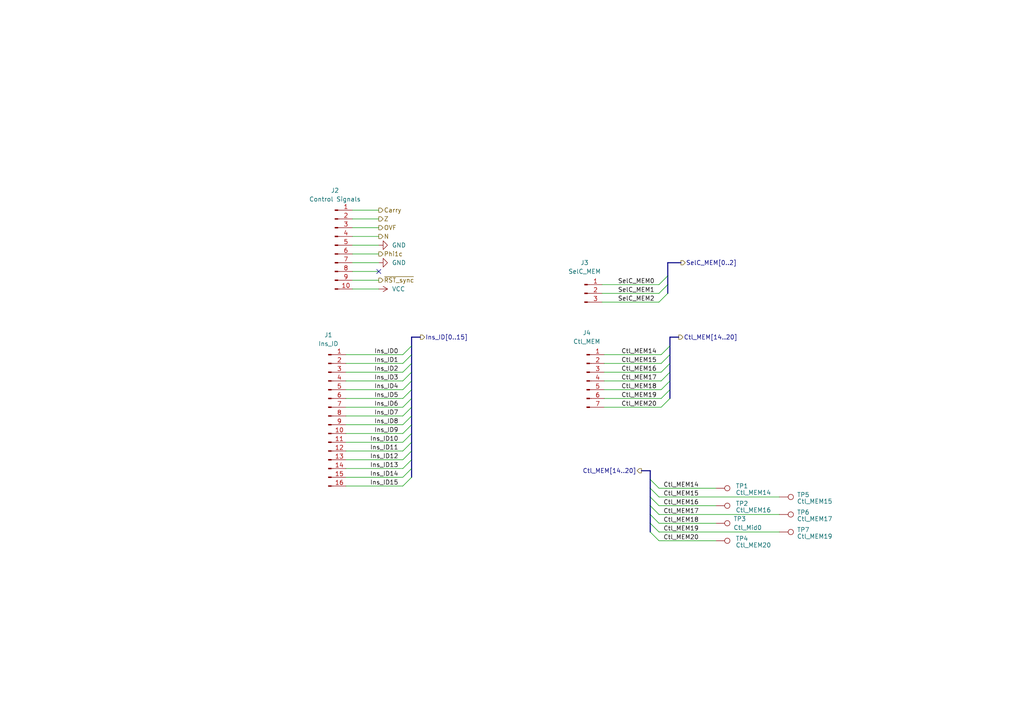
<source format=kicad_sch>
(kicad_sch (version 20250114) (generator "eeschema") (generator_version "9.0")
  (paper "A4")
  (title_block (date "2023-11-14") (rev "E"))
  (lib_symbols
    (symbol "Connector:Conn_01x03_Pin" (pin_names (offset 1.016) (hide yes))
      (property "Reference" "J" (at 0 5.08 0))
      (property "Value" "Conn_01x03_Pin" (at 0 -5.08 0))
      (symbol "Conn_01x03_Pin_1_1"
        (rectangle (start 0.8636 2.667) (end 0 2.413) (stroke (width 0.1524)) (fill (type outline)))
        (rectangle (start 0.8636 0.127) (end 0 -0.127) (stroke (width 0.1524)) (fill (type outline)))
        (rectangle (start 0.8636 -2.413) (end 0 -2.667) (stroke (width 0.1524)) (fill (type outline)))
        (polyline (pts (xy 1.27 2.54) (xy 0.8636 2.54)) (stroke (width 0.1524)))
        (polyline (pts (xy 1.27 0) (xy 0.8636 0)) (stroke (width 0.1524)))
        (polyline (pts (xy 1.27 -2.54) (xy 0.8636 -2.54)) (stroke (width 0.1524)))
        (pin passive line (at 5.08 2.54 180) (length 3.81) (name "Pin_1") (number "1"))
        (pin passive line (at 5.08 0 180) (length 3.81) (name "Pin_2") (number "2"))
        (pin passive line (at 5.08 -2.54 180) (length 3.81) (name "Pin_3") (number "3"))
      )
    )
    (symbol "Connector:Conn_01x07_Pin" (pin_names (offset 1.016) (hide yes))
      (property "Reference" "J" (at 0 10.16 0))
      (property "Value" "Conn_01x07_Pin" (at 0 -10.16 0))
      (symbol "Conn_01x07_Pin_1_1"
        (rectangle (start 0.8636 7.747) (end 0 7.493) (stroke (width 0.1524)) (fill (type outline)))
        (rectangle (start 0.8636 5.207) (end 0 4.953) (stroke (width 0.1524)) (fill (type outline)))
        (rectangle (start 0.8636 2.667) (end 0 2.413) (stroke (width 0.1524)) (fill (type outline)))
        (rectangle (start 0.8636 0.127) (end 0 -0.127) (stroke (width 0.1524)) (fill (type outline)))
        (rectangle (start 0.8636 -2.413) (end 0 -2.667) (stroke (width 0.1524)) (fill (type outline)))
        (rectangle (start 0.8636 -4.953) (end 0 -5.207) (stroke (width 0.1524)) (fill (type outline)))
        (rectangle (start 0.8636 -7.493) (end 0 -7.747) (stroke (width 0.1524)) (fill (type outline)))
        (polyline (pts (xy 1.27 7.62) (xy 0.8636 7.62)) (stroke (width 0.1524)))
        (polyline (pts (xy 1.27 5.08) (xy 0.8636 5.08)) (stroke (width 0.1524)))
        (polyline (pts (xy 1.27 2.54) (xy 0.8636 2.54)) (stroke (width 0.1524)))
        (polyline (pts (xy 1.27 0) (xy 0.8636 0)) (stroke (width 0.1524)))
        (polyline (pts (xy 1.27 -2.54) (xy 0.8636 -2.54)) (stroke (width 0.1524)))
        (polyline (pts (xy 1.27 -5.08) (xy 0.8636 -5.08)) (stroke (width 0.1524)))
        (polyline (pts (xy 1.27 -7.62) (xy 0.8636 -7.62)) (stroke (width 0.1524)))
        (pin passive line (at 5.08 7.62 180) (length 3.81) (name "Pin_1") (number "1"))
        (pin passive line (at 5.08 5.08 180) (length 3.81) (name "Pin_2") (number "2"))
        (pin passive line (at 5.08 2.54 180) (length 3.81) (name "Pin_3") (number "3"))
        (pin passive line (at 5.08 0 180) (length 3.81) (name "Pin_4") (number "4"))
        (pin passive line (at 5.08 -2.54 180) (length 3.81) (name "Pin_5") (number "5"))
        (pin passive line (at 5.08 -5.08 180) (length 3.81) (name "Pin_6") (number "6"))
        (pin passive line (at 5.08 -7.62 180) (length 3.81) (name "Pin_7") (number "7"))
      )
    )
    (symbol "Connector:Conn_01x10_Pin" (pin_names (offset 1.016) (hide yes))
      (property "Reference" "J" (at 0 12.7 0))
      (property "Value" "Conn_01x10_Pin" (at 0 -15.24 0))
      (symbol "Conn_01x10_Pin_1_1"
        (rectangle (start 0.8636 10.287) (end 0 10.033) (stroke (width 0.1524)) (fill (type outline)))
        (rectangle (start 0.8636 7.747) (end 0 7.493) (stroke (width 0.1524)) (fill (type outline)))
        (rectangle (start 0.8636 5.207) (end 0 4.953) (stroke (width 0.1524)) (fill (type outline)))
        (rectangle (start 0.8636 2.667) (end 0 2.413) (stroke (width 0.1524)) (fill (type outline)))
        (rectangle (start 0.8636 0.127) (end 0 -0.127) (stroke (width 0.1524)) (fill (type outline)))
        (rectangle (start 0.8636 -2.413) (end 0 -2.667) (stroke (width 0.1524)) (fill (type outline)))
        (rectangle (start 0.8636 -4.953) (end 0 -5.207) (stroke (width 0.1524)) (fill (type outline)))
        (rectangle (start 0.8636 -7.493) (end 0 -7.747) (stroke (width 0.1524)) (fill (type outline)))
        (rectangle (start 0.8636 -10.033) (end 0 -10.287) (stroke (width 0.1524)) (fill (type outline)))
        (rectangle (start 0.8636 -12.573) (end 0 -12.827) (stroke (width 0.1524)) (fill (type outline)))
        (polyline (pts (xy 1.27 10.16) (xy 0.8636 10.16)) (stroke (width 0.1524)))
        (polyline (pts (xy 1.27 7.62) (xy 0.8636 7.62)) (stroke (width 0.1524)))
        (polyline (pts (xy 1.27 5.08) (xy 0.8636 5.08)) (stroke (width 0.1524)))
        (polyline (pts (xy 1.27 2.54) (xy 0.8636 2.54)) (stroke (width 0.1524)))
        (polyline (pts (xy 1.27 0) (xy 0.8636 0)) (stroke (width 0.1524)))
        (polyline (pts (xy 1.27 -2.54) (xy 0.8636 -2.54)) (stroke (width 0.1524)))
        (polyline (pts (xy 1.27 -5.08) (xy 0.8636 -5.08)) (stroke (width 0.1524)))
        (polyline (pts (xy 1.27 -7.62) (xy 0.8636 -7.62)) (stroke (width 0.1524)))
        (polyline (pts (xy 1.27 -10.16) (xy 0.8636 -10.16)) (stroke (width 0.1524)))
        (polyline (pts (xy 1.27 -12.7) (xy 0.8636 -12.7)) (stroke (width 0.1524)))
        (pin passive line (at 5.08 10.16 180) (length 3.81) (name "Pin_1") (number "1"))
        (pin passive line (at 5.08 7.62 180) (length 3.81) (name "Pin_2") (number "2"))
        (pin passive line (at 5.08 5.08 180) (length 3.81) (name "Pin_3") (number "3"))
        (pin passive line (at 5.08 2.54 180) (length 3.81) (name "Pin_4") (number "4"))
        (pin passive line (at 5.08 0 180) (length 3.81) (name "Pin_5") (number "5"))
        (pin passive line (at 5.08 -2.54 180) (length 3.81) (name "Pin_6") (number "6"))
        (pin passive line (at 5.08 -5.08 180) (length 3.81) (name "Pin_7") (number "7"))
        (pin passive line (at 5.08 -7.62 180) (length 3.81) (name "Pin_8") (number "8"))
        (pin passive line (at 5.08 -10.16 180) (length 3.81) (name "Pin_9") (number "9"))
        (pin passive line (at 5.08 -12.7 180) (length 3.81) (name "Pin_10") (number "10"))
      )
    )
    (symbol "Connector:Conn_01x16_Pin" (pin_names (offset 1.016) (hide yes))
      (property "Reference" "J" (at 0 20.32 0))
      (property "Value" "Conn_01x16_Pin" (at 0 -22.86 0))
      (symbol "Conn_01x16_Pin_1_1"
        (rectangle (start 0.8636 17.907) (end 0 17.653) (stroke (width 0.1524)) (fill (type outline)))
        (rectangle (start 0.8636 15.367) (end 0 15.113) (stroke (width 0.1524)) (fill (type outline)))
        (rectangle (start 0.8636 12.827) (end 0 12.573) (stroke (width 0.1524)) (fill (type outline)))
        (rectangle (start 0.8636 10.287) (end 0 10.033) (stroke (width 0.1524)) (fill (type outline)))
        (rectangle (start 0.8636 7.747) (end 0 7.493) (stroke (width 0.1524)) (fill (type outline)))
        (rectangle (start 0.8636 5.207) (end 0 4.953) (stroke (width 0.1524)) (fill (type outline)))
        (rectangle (start 0.8636 2.667) (end 0 2.413) (stroke (width 0.1524)) (fill (type outline)))
        (rectangle (start 0.8636 0.127) (end 0 -0.127) (stroke (width 0.1524)) (fill (type outline)))
        (rectangle (start 0.8636 -2.413) (end 0 -2.667) (stroke (width 0.1524)) (fill (type outline)))
        (rectangle (start 0.8636 -4.953) (end 0 -5.207) (stroke (width 0.1524)) (fill (type outline)))
        (rectangle (start 0.8636 -7.493) (end 0 -7.747) (stroke (width 0.1524)) (fill (type outline)))
        (rectangle (start 0.8636 -10.033) (end 0 -10.287) (stroke (width 0.1524)) (fill (type outline)))
        (rectangle (start 0.8636 -12.573) (end 0 -12.827) (stroke (width 0.1524)) (fill (type outline)))
        (rectangle (start 0.8636 -15.113) (end 0 -15.367) (stroke (width 0.1524)) (fill (type outline)))
        (rectangle (start 0.8636 -17.653) (end 0 -17.907) (stroke (width 0.1524)) (fill (type outline)))
        (rectangle (start 0.8636 -20.193) (end 0 -20.447) (stroke (width 0.1524)) (fill (type outline)))
        (polyline (pts (xy 1.27 17.78) (xy 0.8636 17.78)) (stroke (width 0.1524)))
        (polyline (pts (xy 1.27 15.24) (xy 0.8636 15.24)) (stroke (width 0.1524)))
        (polyline (pts (xy 1.27 12.7) (xy 0.8636 12.7)) (stroke (width 0.1524)))
        (polyline (pts (xy 1.27 10.16) (xy 0.8636 10.16)) (stroke (width 0.1524)))
        (polyline (pts (xy 1.27 7.62) (xy 0.8636 7.62)) (stroke (width 0.1524)))
        (polyline (pts (xy 1.27 5.08) (xy 0.8636 5.08)) (stroke (width 0.1524)))
        (polyline (pts (xy 1.27 2.54) (xy 0.8636 2.54)) (stroke (width 0.1524)))
        (polyline (pts (xy 1.27 0) (xy 0.8636 0)) (stroke (width 0.1524)))
        (polyline (pts (xy 1.27 -2.54) (xy 0.8636 -2.54)) (stroke (width 0.1524)))
        (polyline (pts (xy 1.27 -5.08) (xy 0.8636 -5.08)) (stroke (width 0.1524)))
        (polyline (pts (xy 1.27 -7.62) (xy 0.8636 -7.62)) (stroke (width 0.1524)))
        (polyline (pts (xy 1.27 -10.16) (xy 0.8636 -10.16)) (stroke (width 0.1524)))
        (polyline (pts (xy 1.27 -12.7) (xy 0.8636 -12.7)) (stroke (width 0.1524)))
        (polyline (pts (xy 1.27 -15.24) (xy 0.8636 -15.24)) (stroke (width 0.1524)))
        (polyline (pts (xy 1.27 -17.78) (xy 0.8636 -17.78)) (stroke (width 0.1524)))
        (polyline (pts (xy 1.27 -20.32) (xy 0.8636 -20.32)) (stroke (width 0.1524)))
        (pin passive line (at 5.08 17.78 180) (length 3.81) (name "Pin_1") (number "1"))
        (pin passive line (at 5.08 15.24 180) (length 3.81) (name "Pin_2") (number "2"))
        (pin passive line (at 5.08 12.7 180) (length 3.81) (name "Pin_3") (number "3"))
        (pin passive line (at 5.08 10.16 180) (length 3.81) (name "Pin_4") (number "4"))
        (pin passive line (at 5.08 7.62 180) (length 3.81) (name "Pin_5") (number "5"))
        (pin passive line (at 5.08 5.08 180) (length 3.81) (name "Pin_6") (number "6"))
        (pin passive line (at 5.08 2.54 180) (length 3.81) (name "Pin_7") (number "7"))
        (pin passive line (at 5.08 0 180) (length 3.81) (name "Pin_8") (number "8"))
        (pin passive line (at 5.08 -2.54 180) (length 3.81) (name "Pin_9") (number "9"))
        (pin passive line (at 5.08 -5.08 180) (length 3.81) (name "Pin_10") (number "10"))
        (pin passive line (at 5.08 -7.62 180) (length 3.81) (name "Pin_11") (number "11"))
        (pin passive line (at 5.08 -10.16 180) (length 3.81) (name "Pin_12") (number "12"))
        (pin passive line (at 5.08 -12.7 180) (length 3.81) (name "Pin_13") (number "13"))
        (pin passive line (at 5.08 -15.24 180) (length 3.81) (name "Pin_14") (number "14"))
        (pin passive line (at 5.08 -17.78 180) (length 3.81) (name "Pin_15") (number "15"))
        (pin passive line (at 5.08 -20.32 180) (length 3.81) (name "Pin_16") (number "16"))
      )
    )
    (symbol "Connector:TestPoint" (pin_numbers (hide yes)) (pin_names (offset 0.762) (hide yes))
      (property "Reference" "TP" (at 0 6.858 0))
      (property "Value" "TestPoint" (at 0 5.08 0))
      (symbol "TestPoint_0_1"
        (circle (center 0 3.302) (radius 0.762))
      )
      (symbol "TestPoint_1_1"
        (pin passive line (at 0 0 90) (length 2.54) (name "1") (number "1"))
      )
    )
    (symbol "power:GND" (power) (pin_names (offset 0))
      (property "Value" "GND" (at 0 -3.81 0))
      (symbol "GND_0_1"
        (polyline (pts (xy 0 0) (xy 0 -1.27) (xy 1.27 -1.27) (xy 0 -2.54) (xy -1.27 -1.27) (xy 0 -1.27)))
      )
      (symbol "GND_1_1"
        (pin power_in line (at 0 0 270) (length 0) (hide yes) (name "GND") (number "1"))
      )
    )
    (symbol "power:VCC" (power) (pin_names (offset 0))
      (property "Value" "VCC" (at 0 3.81 0))
      (symbol "VCC_0_1"
        (polyline (pts (xy -0.762 1.27) (xy 0 2.54)))
        (polyline (pts (xy 0 2.54) (xy 0.762 1.27)))
        (polyline (pts (xy 0 0) (xy 0 2.54)))
      )
      (symbol "VCC_1_1"
        (pin power_in line (at 0 0 90) (length 0) (hide yes) (name "VCC") (number "1"))
      )
    )
  )
  (no_connect (at 109.855 78.74))
  (bus_entry (at 194.31 113.03) (size -2.54 2.54))
  (bus_entry (at 119.38 110.49) (size -2.54 2.54))
  (bus_entry (at 119.38 115.57) (size -2.54 2.54))
  (bus_entry (at 194.31 102.87) (size -2.54 2.54))
  (bus_entry (at 119.38 100.33) (size -2.54 2.54))
  (bus_entry (at 119.38 120.65) (size -2.54 2.54))
  (bus_entry (at 119.38 107.95) (size -2.54 2.54))
  (bus_entry (at 119.38 138.43) (size -2.54 2.54))
  (bus_entry (at 188.595 154.305) (size 2.54 2.54))
  (bus_entry (at 188.595 139.065) (size 2.54 2.54))
  (bus_entry (at 194.31 115.57) (size -2.54 2.54))
  (bus_entry (at 188.595 146.685) (size 2.54 2.54))
  (bus_entry (at 194.31 100.33) (size -2.54 2.54))
  (bus_entry (at 119.38 102.87) (size -2.54 2.54))
  (bus_entry (at 119.38 105.41) (size -2.54 2.54))
  (bus_entry (at 119.38 123.19) (size -2.54 2.54))
  (bus_entry (at 119.38 130.81) (size -2.54 2.54))
  (bus_entry (at 188.595 151.765) (size 2.54 2.54))
  (bus_entry (at 194.31 107.95) (size -2.54 2.54))
  (bus_entry (at 119.38 135.89) (size -2.54 2.54))
  (bus_entry (at 119.38 113.03) (size -2.54 2.54))
  (bus_entry (at 119.38 118.11) (size -2.54 2.54))
  (bus_entry (at 193.675 85.09) (size -2.54 2.54))
  (bus_entry (at 188.595 141.605) (size 2.54 2.54))
  (bus_entry (at 119.38 125.73) (size -2.54 2.54))
  (bus_entry (at 193.675 82.55) (size -2.54 2.54))
  (bus_entry (at 194.31 105.41) (size -2.54 2.54))
  (bus_entry (at 119.38 133.35) (size -2.54 2.54))
  (bus_entry (at 119.38 128.27) (size -2.54 2.54))
  (bus_entry (at 188.595 149.225) (size 2.54 2.54))
  (bus_entry (at 188.595 144.145) (size 2.54 2.54))
  (bus_entry (at 193.675 80.01) (size -2.54 2.54))
  (bus_entry (at 194.31 110.49) (size -2.54 2.54))
  (bus (pts (xy 196.85 97.79) (xy 194.31 97.79)))
  (wire (pts (xy 191.77 110.49) (xy 175.26 110.49)))
  (bus (pts (xy 119.38 115.57) (xy 119.38 118.11)))
  (wire (pts (xy 102.235 81.28) (xy 109.855 81.28)))
  (wire (pts (xy 191.77 115.57) (xy 175.26 115.57)))
  (wire (pts (xy 102.235 83.82) (xy 109.855 83.82)))
  (wire (pts (xy 191.135 85.09) (xy 174.625 85.09)))
  (bus (pts (xy 119.38 97.79) (xy 119.38 100.33)))
  (wire (pts (xy 116.84 115.57) (xy 100.33 115.57)))
  (bus (pts (xy 188.595 151.765) (xy 188.595 154.305)))
  (bus (pts (xy 188.595 141.605) (xy 188.595 144.145)))
  (wire (pts (xy 102.235 60.96) (xy 109.855 60.96)))
  (wire (pts (xy 191.135 156.845) (xy 207.645 156.845)))
  (bus (pts (xy 121.92 97.79) (xy 119.38 97.79)))
  (bus (pts (xy 193.675 85.09) (xy 193.675 82.55)))
  (wire (pts (xy 116.84 105.41) (xy 100.33 105.41)))
  (bus (pts (xy 119.38 133.35) (xy 119.38 135.89)))
  (wire (pts (xy 102.235 68.58) (xy 109.855 68.58)))
  (bus (pts (xy 194.31 110.49) (xy 194.31 113.03)))
  (bus (pts (xy 119.38 113.03) (xy 119.38 115.57)))
  (wire (pts (xy 116.84 128.27) (xy 100.33 128.27)))
  (bus (pts (xy 193.675 76.2) (xy 197.485 76.2)))
  (bus (pts (xy 188.595 136.525) (xy 188.595 139.065)))
  (wire (pts (xy 191.135 82.55) (xy 174.625 82.55)))
  (wire (pts (xy 191.77 118.11) (xy 175.26 118.11)))
  (wire (pts (xy 102.235 66.04) (xy 109.855 66.04)))
  (bus (pts (xy 119.38 128.27) (xy 119.38 130.81)))
  (wire (pts (xy 116.84 118.11) (xy 100.33 118.11)))
  (bus (pts (xy 119.38 110.49) (xy 119.38 113.03)))
  (wire (pts (xy 116.84 120.65) (xy 100.33 120.65)))
  (bus (pts (xy 119.38 107.95) (xy 119.38 110.49)))
  (wire (pts (xy 191.135 141.605) (xy 207.645 141.605)))
  (bus (pts (xy 193.675 80.01) (xy 193.675 76.2)))
  (bus (pts (xy 194.31 100.33) (xy 194.31 102.87)))
  (wire (pts (xy 191.135 149.225) (xy 226.06 149.225)))
  (wire (pts (xy 191.77 102.87) (xy 175.26 102.87)))
  (bus (pts (xy 188.595 149.225) (xy 188.595 151.765)))
  (wire (pts (xy 116.84 138.43) (xy 100.33 138.43)))
  (wire (pts (xy 191.135 151.765) (xy 207.645 151.765)))
  (bus (pts (xy 194.31 113.03) (xy 194.31 115.57)))
  (bus (pts (xy 119.38 100.33) (xy 119.38 102.87)))
  (wire (pts (xy 191.77 113.03) (xy 175.26 113.03)))
  (wire (pts (xy 191.135 144.145) (xy 226.06 144.145)))
  (bus (pts (xy 119.38 105.41) (xy 119.38 107.95)))
  (wire (pts (xy 102.235 73.66) (xy 109.855 73.66)))
  (wire (pts (xy 116.84 123.19) (xy 100.33 123.19)))
  (wire (pts (xy 102.235 78.74) (xy 109.855 78.74)))
  (wire (pts (xy 116.84 113.03) (xy 100.33 113.03)))
  (wire (pts (xy 116.84 133.35) (xy 100.33 133.35)))
  (bus (pts (xy 186.055 136.525) (xy 188.595 136.525)))
  (wire (pts (xy 102.235 76.2) (xy 109.855 76.2)))
  (bus (pts (xy 119.38 130.81) (xy 119.38 133.35)))
  (wire (pts (xy 116.84 102.87) (xy 100.33 102.87)))
  (bus (pts (xy 194.31 97.79) (xy 194.31 100.33)))
  (bus (pts (xy 119.38 125.73) (xy 119.38 128.27)))
  (bus (pts (xy 194.31 107.95) (xy 194.31 110.49)))
  (bus (pts (xy 188.595 139.065) (xy 188.595 141.605)))
  (wire (pts (xy 191.77 107.95) (xy 175.26 107.95)))
  (bus (pts (xy 119.38 135.89) (xy 119.38 138.43)))
  (bus (pts (xy 119.38 102.87) (xy 119.38 105.41)))
  (wire (pts (xy 116.84 110.49) (xy 100.33 110.49)))
  (bus (pts (xy 194.31 105.41) (xy 194.31 107.95)))
  (bus (pts (xy 188.595 144.145) (xy 188.595 146.685)))
  (bus (pts (xy 194.31 102.87) (xy 194.31 105.41)))
  (wire (pts (xy 116.84 130.81) (xy 100.33 130.81)))
  (wire (pts (xy 102.235 71.12) (xy 109.855 71.12)))
  (bus (pts (xy 119.38 123.19) (xy 119.38 125.73)))
  (wire (pts (xy 116.84 125.73) (xy 100.33 125.73)))
  (wire (pts (xy 191.135 146.685) (xy 207.645 146.685)))
  (wire (pts (xy 191.77 105.41) (xy 175.26 105.41)))
  (wire (pts (xy 191.135 154.305) (xy 226.06 154.305)))
  (wire (pts (xy 191.135 87.63) (xy 174.625 87.63)))
  (bus (pts (xy 188.595 146.685) (xy 188.595 149.225)))
  (wire (pts (xy 102.235 63.5) (xy 109.855 63.5)))
  (bus (pts (xy 119.38 118.11) (xy 119.38 120.65)))
  (bus (pts (xy 193.675 82.55) (xy 193.675 80.01)))
  (bus (pts (xy 119.38 120.65) (xy 119.38 123.19)))
  (wire (pts (xy 116.84 107.95) (xy 100.33 107.95)))
  (wire (pts (xy 116.84 135.89) (xy 100.33 135.89)))
  (wire (pts (xy 116.84 140.97) (xy 100.33 140.97)))
  (label "SelC_MEM1" (at 189.865 85.09 180))
  (label "Ins_ID0" (at 115.57 102.87 180))
  (label "Ins_ID10" (at 115.57 128.27 180))
  (label "Ins_ID6" (at 115.57 118.11 180))
  (label "Ins_ID5" (at 115.57 115.57 180))
  (label "Ctl_MEM19" (at 192.405 154.305 0))
  (label "SelC_MEM0" (at 189.865 82.55 180))
  (label "Ins_ID14" (at 115.57 138.43 180))
  (label "Ctl_MEM17" (at 190.5 110.49 180))
  (label "Ctl_MEM14" (at 192.405 141.605 0))
  (label "Ins_ID15" (at 115.57 140.97 180))
  (label "Ins_ID13" (at 115.57 135.89 180))
  (label "Ctl_MEM18" (at 192.405 151.765 0))
  (label "Ins_ID12" (at 115.57 133.35 180))
  (label "Ins_ID3" (at 115.57 110.49 180))
  (label "Ins_ID7" (at 115.57 120.65 180))
  (label "Ctl_MEM18" (at 190.5 113.03 180))
  (label "Ctl_MEM17" (at 192.405 149.225 0))
  (label "Ins_ID2" (at 115.57 107.95 180))
  (label "Ctl_MEM15" (at 190.5 105.41 180))
  (label "Ctl_MEM20" (at 192.405 156.845 0))
  (label "Ins_ID9" (at 115.57 125.73 180))
  (label "Ctl_MEM16" (at 192.405 146.685 0))
  (label "Ctl_MEM19" (at 190.5 115.57 180))
  (label "Ctl_MEM20" (at 190.5 118.11 180))
  (label "Ins_ID1" (at 115.57 105.41 180))
  (label "Ins_ID11" (at 115.57 130.81 180))
  (label "SelC_MEM2" (at 189.865 87.63 180))
  (label "Ins_ID4" (at 115.57 113.03 180))
  (label "Ctl_MEM16" (at 190.5 107.95 180))
  (label "Ctl_MEM14" (at 190.5 102.87 180))
  (label "Ctl_MEM15" (at 192.405 144.145 0))
  (label "Ins_ID8" (at 115.57 123.19 180))
  (hierarchical_label "OVF" (shape output) (at 109.855 66.04 0))
  (hierarchical_label "Z" (shape output) (at 109.855 63.5 0))
  (hierarchical_label "Ctl_MEM[14..20]" (shape output) (at 196.85 97.79 0))
  (hierarchical_label "SelC_MEM[0..2]" (shape output) (at 197.485 76.2 0))
  (hierarchical_label "N" (shape output) (at 109.855 68.58 0))
  (hierarchical_label "~{RST_sync}" (shape output) (at 109.855 81.28 0))
  (hierarchical_label "Ins_ID[0..15]" (shape output) (at 121.92 97.79 0))
  (hierarchical_label "Phi1c" (shape output) (at 109.855 73.66 0))
  (hierarchical_label "Ctl_MEM[14..20]" (shape output) (at 186.055 136.525 180))
  (hierarchical_label "Carry" (shape output) (at 109.855 60.96 0))
  (symbol (lib_id "power:GND") (at 109.855 71.12 90) (unit 1)
    (property "Reference" "#PWR017" (effects (hide yes)))
    (property "Value" "GND" (at 113.665 71.1199 90) (effects (justify right)))
  )
  (symbol (lib_id "Connector:TestPoint") (at 226.06 149.225 270) (unit 1)
    (property "Reference" "TP6" (at 231.14 148.59 90) (effects (justify left)))
    (property "Value" "Ctl_MEM17" (at 231.14 150.495 90) (effects (justify left)))
    (property "Footprint" "TestPoint:TestPoint_Pad_D1.0mm" (effects (hide yes)))
  )
  (symbol (lib_id "Connector:TestPoint") (at 207.645 146.685 270) (unit 1)
    (property "Reference" "TP2" (at 213.36 146.05 90) (effects (justify left)))
    (property "Value" "Ctl_MEM16" (at 213.36 147.955 90) (effects (justify left)))
    (property "Footprint" "TestPoint:TestPoint_Pad_D1.0mm" (effects (hide yes)))
  )
  (symbol (lib_id "Connector:Conn_01x10_Pin") (at 97.155 71.12 0) (unit 1)
    (property "Reference" "J2" (at 97.155 55.245 0))
    (property "Value" "Control Signals" (at 97.155 57.785 0))
    (property "Footprint" "Connector_PinHeader_2.54mm:PinHeader_1x10_P2.54mm_Vertical" (effects (hide yes)))
  )
  (symbol (lib_id "Connector:TestPoint") (at 207.645 141.605 270) (unit 1)
    (property "Reference" "TP1" (at 213.36 140.97 90) (effects (justify left)))
    (property "Value" "Ctl_MEM14" (at 213.36 142.875 90) (effects (justify left)))
    (property "Footprint" "TestPoint:TestPoint_Pad_D1.0mm" (effects (hide yes)))
  )
  (symbol (lib_id "Connector:Conn_01x03_Pin") (at 169.545 85.09 0) (unit 1)
    (property "Reference" "J3" (at 169.545 76.2 0))
    (property "Value" "SelC_MEM" (at 169.545 78.74 0))
    (property "Footprint" "Connector_PinHeader_2.54mm:PinHeader_1x03_P2.54mm_Vertical" (effects (hide yes)))
  )
  (symbol (lib_id "power:VCC") (at 109.855 83.82 270) (unit 1)
    (property "Reference" "#PWR019" (effects (hide yes)))
    (property "Value" "VCC" (at 113.665 83.8199 90) (effects (justify left)))
  )
  (symbol (lib_id "Connector:TestPoint") (at 226.06 154.305 270) (unit 1)
    (property "Reference" "TP7" (at 231.14 153.67 90) (effects (justify left)))
    (property "Value" "Ctl_MEM19" (at 231.14 155.575 90) (effects (justify left)))
    (property "Footprint" "TestPoint:TestPoint_Pad_D1.0mm" (effects (hide yes)))
  )
  (symbol (lib_id "Connector:TestPoint") (at 226.06 144.145 270) (unit 1)
    (property "Reference" "TP5" (at 231.14 143.51 90) (effects (justify left)))
    (property "Value" "Ctl_MEM15" (at 231.14 145.415 90) (effects (justify left)))
    (property "Footprint" "TestPoint:TestPoint_Pad_D1.0mm" (effects (hide yes)))
  )
  (symbol (lib_id "Connector:Conn_01x07_Pin") (at 170.18 110.49 0) (unit 1)
    (property "Reference" "J4" (at 170.18 96.52 0))
    (property "Value" "Ctl_MEM" (at 170.18 99.06 0))
    (property "Footprint" "Connector_PinHeader_2.54mm:PinHeader_1x07_P2.54mm_Vertical" (effects (hide yes)))
  )
  (symbol (lib_id "Connector:TestPoint") (at 207.645 151.765 270) (unit 1)
    (property "Reference" "TP3" (at 212.725 150.4949 90) (effects (justify left)))
    (property "Value" "Ctl_Mid0" (at 212.725 153.0349 90) (effects (justify left)))
    (property "Footprint" "TestPoint:TestPoint_Pad_D1.0mm" (effects (hide yes)))
  )
  (symbol (lib_id "Connector:Conn_01x16_Pin") (at 95.25 120.65 0) (unit 1)
    (property "Reference" "J1" (at 95.25 97.155 0))
    (property "Value" "Ins_ID" (at 95.25 99.695 0))
    (property "Footprint" "Connector_PinHeader_2.54mm:PinHeader_1x16_P2.54mm_Vertical" (effects (hide yes)))
  )
  (symbol (lib_id "Connector:TestPoint") (at 207.645 156.845 270) (unit 1)
    (property "Reference" "TP4" (at 213.36 156.21 90) (effects (justify left)))
    (property "Value" "Ctl_MEM20" (at 213.36 158.115 90) (effects (justify left)))
    (property "Footprint" "TestPoint:TestPoint_Pad_D1.0mm" (effects (hide yes)))
  )
  (symbol (lib_id "power:GND") (at 109.855 76.2 90) (unit 1)
    (property "Reference" "#PWR018" (effects (hide yes)))
    (property "Value" "GND" (at 113.665 76.1999 90) (effects (justify right)))
  )
)
</source>
